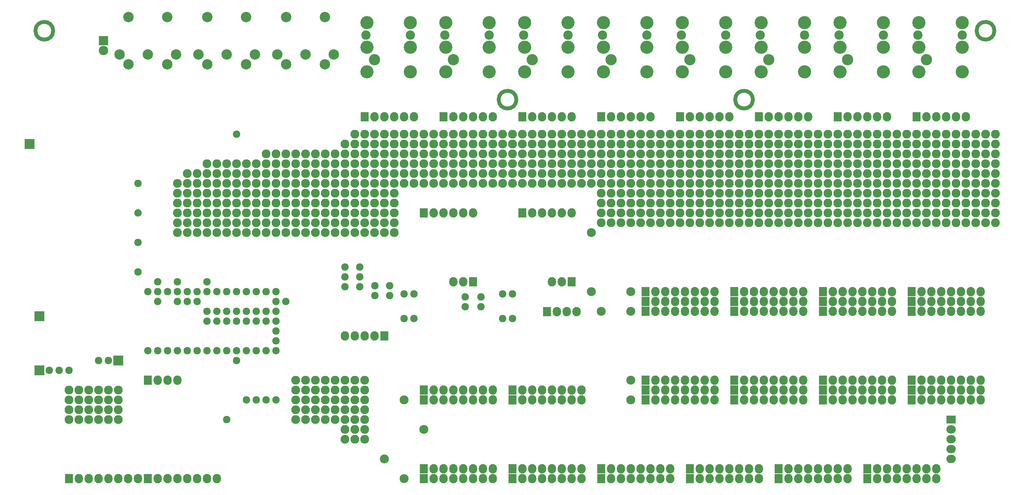
<source format=gbr>
G04 #@! TF.FileFunction,Soldermask,Bot*
%FSLAX46Y46*%
G04 Gerber Fmt 4.6, Leading zero omitted, Abs format (unit mm)*
G04 Created by KiCad (PCBNEW 4.0.1-stable) date 2/7/2016 5:33:15 PM*
%MOMM*%
G01*
G04 APERTURE LIST*
%ADD10C,0.100000*%
%ADD11C,1.016000*%
%ADD12C,2.279600*%
%ADD13R,2.127200X2.432000*%
%ADD14O,2.127200X2.432000*%
%ADD15R,2.432000X2.432000*%
%ADD16O,2.432000X2.432000*%
%ADD17C,2.686000*%
%ADD18C,3.400000*%
%ADD19C,2.900000*%
%ADD20C,2.400000*%
%ADD21R,2.635200X2.635200*%
%ADD22C,1.924000*%
%ADD23C,2.305000*%
%ADD24R,2.432000X2.127200*%
%ADD25O,2.432000X2.127200*%
G04 APERTURE END LIST*
D10*
D11*
X34036000Y-31750000D02*
G75*
G03X34036000Y-31750000I-2286000J0D01*
G01*
X214376000Y-49530000D02*
G75*
G03X214376000Y-49530000I-2286000J0D01*
G01*
X153416000Y-49530000D02*
G75*
G03X153416000Y-49530000I-2286000J0D01*
G01*
X276606000Y-31750000D02*
G75*
G03X276606000Y-31750000I-2286000J0D01*
G01*
D12*
X104140000Y-132080000D03*
X106680000Y-132080000D03*
X101600000Y-132080000D03*
X96520000Y-132080000D03*
X99060000Y-132080000D03*
D13*
X58420000Y-121920000D03*
D14*
X60960000Y-121920000D03*
X63500000Y-121920000D03*
X66040000Y-121920000D03*
D12*
X40640000Y-124460000D03*
X43180000Y-124460000D03*
X48260000Y-124460000D03*
X45720000Y-124460000D03*
X38100000Y-124460000D03*
X50800000Y-124460000D03*
X38100000Y-129540000D03*
X38100000Y-127000000D03*
X40640000Y-127000000D03*
X40640000Y-129540000D03*
X40640000Y-132080000D03*
X38100000Y-132080000D03*
X109220000Y-134620000D03*
X109220000Y-137160000D03*
X109220000Y-132080000D03*
X114300000Y-137160000D03*
X111760000Y-134620000D03*
X114300000Y-134620000D03*
X114300000Y-132080000D03*
X111760000Y-137160000D03*
X111760000Y-132080000D03*
X106680000Y-129540000D03*
X104140000Y-129540000D03*
X101600000Y-129540000D03*
X96520000Y-129540000D03*
X99060000Y-129540000D03*
X109220000Y-129540000D03*
X111760000Y-129540000D03*
X114300000Y-129540000D03*
X109220000Y-127000000D03*
X111760000Y-127000000D03*
X106680000Y-127000000D03*
X106680000Y-121920000D03*
X111760000Y-121920000D03*
X106680000Y-124460000D03*
X109220000Y-124460000D03*
X111760000Y-124460000D03*
X109220000Y-121920000D03*
X114300000Y-121920000D03*
X114300000Y-127000000D03*
X114300000Y-124460000D03*
X101600000Y-124460000D03*
X104140000Y-127000000D03*
X99060000Y-124460000D03*
X96520000Y-127000000D03*
X104140000Y-124460000D03*
X99060000Y-127000000D03*
X101600000Y-127000000D03*
X96520000Y-124460000D03*
X101600000Y-121920000D03*
X104140000Y-121920000D03*
X99060000Y-121920000D03*
X96520000Y-121920000D03*
X48260000Y-127000000D03*
X48260000Y-129540000D03*
X48260000Y-132080000D03*
X45720000Y-132080000D03*
X50800000Y-127000000D03*
X50800000Y-129540000D03*
X50800000Y-132080000D03*
X43180000Y-127000000D03*
X45720000Y-129540000D03*
X45720000Y-127000000D03*
X43180000Y-132080000D03*
X43180000Y-129540000D03*
X73660000Y-66040000D03*
X83820000Y-66040000D03*
X81280000Y-66040000D03*
X88900000Y-66040000D03*
X86360000Y-66040000D03*
X88900000Y-63500000D03*
X78740000Y-66040000D03*
X93980000Y-63500000D03*
X91440000Y-66040000D03*
X91440000Y-63500000D03*
X93980000Y-66040000D03*
X96520000Y-66040000D03*
X96520000Y-63500000D03*
X101600000Y-66040000D03*
X99060000Y-66040000D03*
X101600000Y-63500000D03*
X99060000Y-63500000D03*
X106680000Y-63500000D03*
X104140000Y-66040000D03*
X104140000Y-63500000D03*
X106680000Y-66040000D03*
X119380000Y-63500000D03*
X119380000Y-66040000D03*
X121920000Y-63500000D03*
X121920000Y-66040000D03*
X124460000Y-63500000D03*
X124460000Y-66040000D03*
X124460000Y-58420000D03*
X124460000Y-60960000D03*
X121920000Y-60960000D03*
X121920000Y-58420000D03*
X116840000Y-60960000D03*
X116840000Y-58420000D03*
X119380000Y-58420000D03*
X116840000Y-63500000D03*
X116840000Y-66040000D03*
X119380000Y-60960000D03*
X109220000Y-66040000D03*
X109220000Y-63500000D03*
X114300000Y-66040000D03*
X114300000Y-63500000D03*
X111760000Y-66040000D03*
X111760000Y-63500000D03*
X111760000Y-58420000D03*
X111760000Y-60960000D03*
X114300000Y-60960000D03*
X114300000Y-58420000D03*
X109220000Y-60960000D03*
X76200000Y-66040000D03*
X261620000Y-78740000D03*
X261620000Y-81280000D03*
X266700000Y-78740000D03*
X264160000Y-81280000D03*
X266700000Y-81280000D03*
X264160000Y-78740000D03*
X259080000Y-78740000D03*
X259080000Y-81280000D03*
X254000000Y-81280000D03*
X256540000Y-81280000D03*
X254000000Y-78740000D03*
X269240000Y-81280000D03*
X271780000Y-78740000D03*
X271780000Y-81280000D03*
X269240000Y-78740000D03*
X256540000Y-78740000D03*
X276860000Y-81280000D03*
X274320000Y-81280000D03*
X274320000Y-78740000D03*
X276860000Y-78740000D03*
X228600000Y-81280000D03*
X228600000Y-78740000D03*
X231140000Y-81280000D03*
X231140000Y-78740000D03*
X226060000Y-78740000D03*
X220980000Y-78740000D03*
X226060000Y-81280000D03*
X220980000Y-81280000D03*
X223520000Y-78740000D03*
X223520000Y-81280000D03*
X200660000Y-78740000D03*
X200660000Y-81280000D03*
X198120000Y-81280000D03*
X198120000Y-78740000D03*
X193040000Y-81280000D03*
X195580000Y-78740000D03*
X193040000Y-78740000D03*
X195580000Y-81280000D03*
X203200000Y-81280000D03*
X205740000Y-78740000D03*
X203200000Y-78740000D03*
X205740000Y-81280000D03*
X180340000Y-78740000D03*
X177800000Y-81280000D03*
X180340000Y-81280000D03*
X175260000Y-81280000D03*
X175260000Y-78740000D03*
X177800000Y-78740000D03*
X190500000Y-78740000D03*
X187960000Y-78740000D03*
X187960000Y-81280000D03*
X190500000Y-81280000D03*
X182880000Y-78740000D03*
X182880000Y-81280000D03*
X185420000Y-81280000D03*
X185420000Y-78740000D03*
X208280000Y-81280000D03*
X210820000Y-81280000D03*
X213360000Y-81280000D03*
X213360000Y-78740000D03*
X210820000Y-78740000D03*
X208280000Y-78740000D03*
X218440000Y-81280000D03*
X215900000Y-78740000D03*
X215900000Y-81280000D03*
X218440000Y-78740000D03*
X243840000Y-81280000D03*
X246380000Y-81280000D03*
X246380000Y-78740000D03*
X243840000Y-78740000D03*
X251460000Y-78740000D03*
X248920000Y-81280000D03*
X251460000Y-81280000D03*
X248920000Y-78740000D03*
X233680000Y-78740000D03*
X236220000Y-81280000D03*
X233680000Y-81280000D03*
X236220000Y-78740000D03*
X238760000Y-81280000D03*
X241300000Y-81280000D03*
X238760000Y-78740000D03*
X241300000Y-78740000D03*
X261620000Y-73660000D03*
X261620000Y-76200000D03*
X266700000Y-73660000D03*
X264160000Y-76200000D03*
X266700000Y-76200000D03*
X264160000Y-73660000D03*
X259080000Y-73660000D03*
X259080000Y-76200000D03*
X254000000Y-76200000D03*
X256540000Y-76200000D03*
X254000000Y-73660000D03*
X269240000Y-76200000D03*
X271780000Y-73660000D03*
X271780000Y-76200000D03*
X269240000Y-73660000D03*
X256540000Y-73660000D03*
X276860000Y-76200000D03*
X274320000Y-76200000D03*
X274320000Y-73660000D03*
X276860000Y-73660000D03*
X228600000Y-76200000D03*
X228600000Y-73660000D03*
X231140000Y-76200000D03*
X231140000Y-73660000D03*
X226060000Y-73660000D03*
X220980000Y-73660000D03*
X226060000Y-76200000D03*
X220980000Y-76200000D03*
X223520000Y-73660000D03*
X223520000Y-76200000D03*
X200660000Y-73660000D03*
X200660000Y-76200000D03*
X198120000Y-76200000D03*
X198120000Y-73660000D03*
X193040000Y-76200000D03*
X195580000Y-73660000D03*
X193040000Y-73660000D03*
X195580000Y-76200000D03*
X203200000Y-76200000D03*
X205740000Y-73660000D03*
X203200000Y-73660000D03*
X205740000Y-76200000D03*
X180340000Y-73660000D03*
X177800000Y-76200000D03*
X180340000Y-76200000D03*
X175260000Y-76200000D03*
X175260000Y-73660000D03*
X177800000Y-73660000D03*
X190500000Y-73660000D03*
X187960000Y-73660000D03*
X187960000Y-76200000D03*
X190500000Y-76200000D03*
X182880000Y-73660000D03*
X182880000Y-76200000D03*
X185420000Y-76200000D03*
X185420000Y-73660000D03*
X208280000Y-76200000D03*
X210820000Y-76200000D03*
X213360000Y-76200000D03*
X213360000Y-73660000D03*
X210820000Y-73660000D03*
X208280000Y-73660000D03*
X218440000Y-76200000D03*
X215900000Y-73660000D03*
X215900000Y-76200000D03*
X218440000Y-73660000D03*
X243840000Y-76200000D03*
X246380000Y-76200000D03*
X246380000Y-73660000D03*
X243840000Y-73660000D03*
X251460000Y-73660000D03*
X248920000Y-76200000D03*
X251460000Y-76200000D03*
X248920000Y-73660000D03*
X233680000Y-73660000D03*
X236220000Y-76200000D03*
X233680000Y-76200000D03*
X236220000Y-73660000D03*
X238760000Y-76200000D03*
X241300000Y-76200000D03*
X238760000Y-73660000D03*
X241300000Y-73660000D03*
X231140000Y-58420000D03*
X228600000Y-60960000D03*
X228600000Y-58420000D03*
X231140000Y-60960000D03*
X218440000Y-58420000D03*
X215900000Y-60960000D03*
X218440000Y-60960000D03*
X215900000Y-58420000D03*
X223520000Y-60960000D03*
X220980000Y-58420000D03*
X223520000Y-58420000D03*
X226060000Y-60960000D03*
X220980000Y-60960000D03*
X226060000Y-58420000D03*
X203200000Y-60960000D03*
X203200000Y-58420000D03*
X205740000Y-58420000D03*
X205740000Y-60960000D03*
X208280000Y-58420000D03*
X208280000Y-60960000D03*
X213360000Y-58420000D03*
X210820000Y-58420000D03*
X210820000Y-60960000D03*
X213360000Y-60960000D03*
X264160000Y-58420000D03*
X261620000Y-58420000D03*
X264160000Y-60960000D03*
X266700000Y-60960000D03*
X266700000Y-58420000D03*
X261620000Y-60960000D03*
X256540000Y-60960000D03*
X254000000Y-60960000D03*
X259080000Y-60960000D03*
X254000000Y-58420000D03*
X256540000Y-58420000D03*
X259080000Y-58420000D03*
X251460000Y-60960000D03*
X251460000Y-58420000D03*
X246380000Y-58420000D03*
X248920000Y-58420000D03*
X248920000Y-60960000D03*
X246380000Y-60960000D03*
X236220000Y-58420000D03*
X233680000Y-60960000D03*
X233680000Y-58420000D03*
X236220000Y-60960000D03*
X276860000Y-58420000D03*
X269240000Y-58420000D03*
X274320000Y-58420000D03*
X276860000Y-60960000D03*
X271780000Y-60960000D03*
X269240000Y-60960000D03*
X271780000Y-58420000D03*
X274320000Y-60960000D03*
X241300000Y-58420000D03*
X243840000Y-58420000D03*
X241300000Y-60960000D03*
X243840000Y-60960000D03*
X238760000Y-58420000D03*
X238760000Y-60960000D03*
X198120000Y-58420000D03*
X200660000Y-58420000D03*
X198120000Y-60960000D03*
X200660000Y-60960000D03*
X185420000Y-60960000D03*
X187960000Y-60960000D03*
X190500000Y-58420000D03*
X195580000Y-58420000D03*
X193040000Y-58420000D03*
X190500000Y-60960000D03*
X195580000Y-60960000D03*
X193040000Y-60960000D03*
X187960000Y-58420000D03*
X180340000Y-58420000D03*
X182880000Y-58420000D03*
X185420000Y-58420000D03*
X182880000Y-60960000D03*
X180340000Y-60960000D03*
X177800000Y-58420000D03*
X175260000Y-60960000D03*
X177800000Y-60960000D03*
X175260000Y-58420000D03*
X172720000Y-58420000D03*
X170180000Y-60960000D03*
X170180000Y-58420000D03*
X167640000Y-58420000D03*
X167640000Y-60960000D03*
X172720000Y-60960000D03*
X129540000Y-58420000D03*
X129540000Y-60960000D03*
X127000000Y-58420000D03*
X165100000Y-60960000D03*
X165100000Y-58420000D03*
X162560000Y-60960000D03*
X160020000Y-60960000D03*
X162560000Y-58420000D03*
X160020000Y-58420000D03*
X154940000Y-58420000D03*
X157480000Y-58420000D03*
X157480000Y-60960000D03*
X154940000Y-60960000D03*
X149860000Y-60960000D03*
X147320000Y-58420000D03*
X149860000Y-58420000D03*
X147320000Y-60960000D03*
X152400000Y-58420000D03*
X144780000Y-60960000D03*
X144780000Y-58420000D03*
X152400000Y-60960000D03*
X139700000Y-58420000D03*
X142240000Y-58420000D03*
X142240000Y-60960000D03*
X139700000Y-60960000D03*
X134620000Y-60960000D03*
X132080000Y-60960000D03*
X137160000Y-58420000D03*
X132080000Y-58420000D03*
X137160000Y-60960000D03*
X134620000Y-58420000D03*
X127000000Y-60960000D03*
X231140000Y-63500000D03*
X228600000Y-66040000D03*
X228600000Y-63500000D03*
X231140000Y-66040000D03*
X218440000Y-63500000D03*
X215900000Y-66040000D03*
X218440000Y-66040000D03*
X215900000Y-63500000D03*
X223520000Y-66040000D03*
X220980000Y-63500000D03*
X223520000Y-63500000D03*
X226060000Y-66040000D03*
X220980000Y-66040000D03*
X226060000Y-63500000D03*
X203200000Y-66040000D03*
X203200000Y-63500000D03*
X205740000Y-63500000D03*
X205740000Y-66040000D03*
X208280000Y-63500000D03*
X208280000Y-66040000D03*
X213360000Y-63500000D03*
X210820000Y-63500000D03*
X210820000Y-66040000D03*
X213360000Y-66040000D03*
X264160000Y-63500000D03*
X261620000Y-63500000D03*
X264160000Y-66040000D03*
X266700000Y-66040000D03*
X266700000Y-63500000D03*
X261620000Y-66040000D03*
X256540000Y-66040000D03*
X254000000Y-66040000D03*
X259080000Y-66040000D03*
X254000000Y-63500000D03*
X256540000Y-63500000D03*
X259080000Y-63500000D03*
X251460000Y-66040000D03*
X251460000Y-63500000D03*
X246380000Y-63500000D03*
X248920000Y-63500000D03*
X248920000Y-66040000D03*
X246380000Y-66040000D03*
X236220000Y-63500000D03*
X233680000Y-66040000D03*
X233680000Y-63500000D03*
X236220000Y-66040000D03*
X276860000Y-63500000D03*
X269240000Y-63500000D03*
X274320000Y-63500000D03*
X276860000Y-66040000D03*
X271780000Y-66040000D03*
X269240000Y-66040000D03*
X271780000Y-63500000D03*
X274320000Y-66040000D03*
X241300000Y-63500000D03*
X243840000Y-63500000D03*
X241300000Y-66040000D03*
X243840000Y-66040000D03*
X238760000Y-63500000D03*
X238760000Y-66040000D03*
X198120000Y-63500000D03*
X200660000Y-63500000D03*
X198120000Y-66040000D03*
X200660000Y-66040000D03*
X185420000Y-66040000D03*
X187960000Y-66040000D03*
X190500000Y-63500000D03*
X195580000Y-63500000D03*
X193040000Y-63500000D03*
X190500000Y-66040000D03*
X195580000Y-66040000D03*
X193040000Y-66040000D03*
X187960000Y-63500000D03*
X180340000Y-63500000D03*
X182880000Y-63500000D03*
X185420000Y-63500000D03*
X182880000Y-66040000D03*
X180340000Y-66040000D03*
X177800000Y-63500000D03*
X175260000Y-66040000D03*
X177800000Y-66040000D03*
X175260000Y-63500000D03*
X172720000Y-63500000D03*
X170180000Y-66040000D03*
X170180000Y-63500000D03*
X167640000Y-63500000D03*
X167640000Y-66040000D03*
X172720000Y-66040000D03*
X129540000Y-63500000D03*
X129540000Y-66040000D03*
X127000000Y-63500000D03*
X165100000Y-66040000D03*
X165100000Y-63500000D03*
X162560000Y-66040000D03*
X160020000Y-66040000D03*
X162560000Y-63500000D03*
X160020000Y-63500000D03*
X154940000Y-63500000D03*
X157480000Y-63500000D03*
X157480000Y-66040000D03*
X154940000Y-66040000D03*
X149860000Y-66040000D03*
X147320000Y-63500000D03*
X149860000Y-63500000D03*
X147320000Y-66040000D03*
X152400000Y-63500000D03*
X144780000Y-66040000D03*
X144780000Y-63500000D03*
X152400000Y-66040000D03*
X139700000Y-63500000D03*
X142240000Y-63500000D03*
X142240000Y-66040000D03*
X139700000Y-66040000D03*
X134620000Y-66040000D03*
X132080000Y-66040000D03*
X137160000Y-63500000D03*
X132080000Y-63500000D03*
X137160000Y-66040000D03*
X134620000Y-63500000D03*
X127000000Y-66040000D03*
X276860000Y-68580000D03*
X271780000Y-68580000D03*
X264160000Y-68580000D03*
X266700000Y-68580000D03*
X269240000Y-68580000D03*
X274320000Y-68580000D03*
X276860000Y-71120000D03*
X271780000Y-71120000D03*
X274320000Y-71120000D03*
X269240000Y-71120000D03*
X266700000Y-71120000D03*
X264160000Y-71120000D03*
X261620000Y-68580000D03*
X256540000Y-68580000D03*
X248920000Y-68580000D03*
X251460000Y-68580000D03*
X254000000Y-68580000D03*
X259080000Y-68580000D03*
X261620000Y-71120000D03*
X256540000Y-71120000D03*
X259080000Y-71120000D03*
X254000000Y-71120000D03*
X251460000Y-71120000D03*
X248920000Y-71120000D03*
X246380000Y-68580000D03*
X241300000Y-68580000D03*
X233680000Y-68580000D03*
X236220000Y-68580000D03*
X238760000Y-68580000D03*
X243840000Y-68580000D03*
X246380000Y-71120000D03*
X241300000Y-71120000D03*
X243840000Y-71120000D03*
X238760000Y-71120000D03*
X236220000Y-71120000D03*
X233680000Y-71120000D03*
X231140000Y-68580000D03*
X226060000Y-68580000D03*
X218440000Y-68580000D03*
X220980000Y-68580000D03*
X223520000Y-68580000D03*
X228600000Y-68580000D03*
X231140000Y-71120000D03*
X226060000Y-71120000D03*
X228600000Y-71120000D03*
X223520000Y-71120000D03*
X220980000Y-71120000D03*
X218440000Y-71120000D03*
X215900000Y-68580000D03*
X210820000Y-68580000D03*
X203200000Y-68580000D03*
X205740000Y-68580000D03*
X208280000Y-68580000D03*
X213360000Y-68580000D03*
X215900000Y-71120000D03*
X210820000Y-71120000D03*
X213360000Y-71120000D03*
X208280000Y-71120000D03*
X205740000Y-71120000D03*
X203200000Y-71120000D03*
X200660000Y-68580000D03*
X195580000Y-68580000D03*
X187960000Y-68580000D03*
X190500000Y-68580000D03*
X193040000Y-68580000D03*
X198120000Y-68580000D03*
X200660000Y-71120000D03*
X195580000Y-71120000D03*
X198120000Y-71120000D03*
X193040000Y-71120000D03*
X190500000Y-71120000D03*
X187960000Y-71120000D03*
X185420000Y-68580000D03*
X180340000Y-68580000D03*
X172720000Y-68580000D03*
X175260000Y-68580000D03*
X177800000Y-68580000D03*
X182880000Y-68580000D03*
X185420000Y-71120000D03*
X180340000Y-71120000D03*
X182880000Y-71120000D03*
X177800000Y-71120000D03*
X175260000Y-71120000D03*
X172720000Y-71120000D03*
X170180000Y-68580000D03*
X165100000Y-68580000D03*
X157480000Y-68580000D03*
X160020000Y-68580000D03*
X162560000Y-68580000D03*
X167640000Y-68580000D03*
X170180000Y-71120000D03*
X165100000Y-71120000D03*
X167640000Y-71120000D03*
X162560000Y-71120000D03*
X160020000Y-71120000D03*
X157480000Y-71120000D03*
X154940000Y-68580000D03*
X149860000Y-68580000D03*
X142240000Y-68580000D03*
X144780000Y-68580000D03*
X147320000Y-68580000D03*
X152400000Y-68580000D03*
X154940000Y-71120000D03*
X149860000Y-71120000D03*
X152400000Y-71120000D03*
X147320000Y-71120000D03*
X144780000Y-71120000D03*
X142240000Y-71120000D03*
X139700000Y-68580000D03*
X134620000Y-68580000D03*
X127000000Y-68580000D03*
X129540000Y-68580000D03*
X132080000Y-68580000D03*
X137160000Y-68580000D03*
X139700000Y-71120000D03*
X134620000Y-71120000D03*
X137160000Y-71120000D03*
X132080000Y-71120000D03*
X129540000Y-71120000D03*
X127000000Y-71120000D03*
X124460000Y-68580000D03*
X124460000Y-71120000D03*
X121920000Y-68580000D03*
X119380000Y-68580000D03*
X116840000Y-71120000D03*
X111760000Y-73660000D03*
X114300000Y-73660000D03*
X116840000Y-73660000D03*
X111760000Y-78740000D03*
X111760000Y-81280000D03*
X111760000Y-83820000D03*
X114300000Y-83820000D03*
X111760000Y-76200000D03*
X114300000Y-76200000D03*
X114300000Y-78740000D03*
X116840000Y-78740000D03*
X116840000Y-83820000D03*
X114300000Y-81280000D03*
X116840000Y-81280000D03*
X119380000Y-81280000D03*
X121920000Y-81280000D03*
X121920000Y-83820000D03*
X119380000Y-83820000D03*
X111760000Y-68580000D03*
X114300000Y-71120000D03*
X114300000Y-68580000D03*
X116840000Y-68580000D03*
X111760000Y-71120000D03*
X119380000Y-71120000D03*
X119380000Y-73660000D03*
X121920000Y-73660000D03*
X121920000Y-71120000D03*
X116840000Y-76200000D03*
X119380000Y-76200000D03*
X121920000Y-76200000D03*
X119380000Y-78740000D03*
X121920000Y-78740000D03*
X66040000Y-76200000D03*
X66040000Y-78740000D03*
X66040000Y-71120000D03*
X66040000Y-73660000D03*
X66040000Y-81280000D03*
X66040000Y-83820000D03*
X73660000Y-73660000D03*
X73660000Y-76200000D03*
X73660000Y-78740000D03*
X73660000Y-83820000D03*
X73660000Y-81280000D03*
X68580000Y-71120000D03*
X71120000Y-71120000D03*
X68580000Y-73660000D03*
X71120000Y-73660000D03*
X68580000Y-76200000D03*
X71120000Y-76200000D03*
X68580000Y-78740000D03*
X71120000Y-83820000D03*
X68580000Y-81280000D03*
X71120000Y-81280000D03*
X68580000Y-83820000D03*
X71120000Y-78740000D03*
X68580000Y-68580000D03*
X71120000Y-68580000D03*
X73660000Y-68580000D03*
X73660000Y-71120000D03*
X109220000Y-83820000D03*
X106680000Y-83820000D03*
X104140000Y-83820000D03*
X101600000Y-83820000D03*
X99060000Y-83820000D03*
X96520000Y-83820000D03*
X93980000Y-83820000D03*
X91440000Y-83820000D03*
X88900000Y-83820000D03*
X86360000Y-83820000D03*
X83820000Y-83820000D03*
X81280000Y-83820000D03*
X78740000Y-83820000D03*
X76200000Y-83820000D03*
X109220000Y-81280000D03*
X106680000Y-81280000D03*
X104140000Y-81280000D03*
X101600000Y-81280000D03*
X99060000Y-81280000D03*
X96520000Y-81280000D03*
X93980000Y-81280000D03*
X91440000Y-81280000D03*
X88900000Y-81280000D03*
X86360000Y-81280000D03*
X83820000Y-81280000D03*
X81280000Y-81280000D03*
X78740000Y-81280000D03*
X76200000Y-81280000D03*
X109220000Y-78740000D03*
X106680000Y-78740000D03*
X104140000Y-78740000D03*
X101600000Y-78740000D03*
X99060000Y-78740000D03*
X96520000Y-78740000D03*
X93980000Y-78740000D03*
X91440000Y-78740000D03*
X88900000Y-78740000D03*
X86360000Y-78740000D03*
X83820000Y-78740000D03*
X81280000Y-78740000D03*
X78740000Y-78740000D03*
X76200000Y-78740000D03*
X109220000Y-76200000D03*
X106680000Y-76200000D03*
X104140000Y-76200000D03*
X101600000Y-76200000D03*
X99060000Y-76200000D03*
X96520000Y-76200000D03*
X93980000Y-76200000D03*
X91440000Y-76200000D03*
X88900000Y-76200000D03*
X86360000Y-76200000D03*
X83820000Y-76200000D03*
X81280000Y-76200000D03*
X78740000Y-76200000D03*
X76200000Y-76200000D03*
X109220000Y-73660000D03*
X106680000Y-73660000D03*
X104140000Y-73660000D03*
X101600000Y-73660000D03*
X99060000Y-73660000D03*
X96520000Y-73660000D03*
X93980000Y-73660000D03*
X91440000Y-73660000D03*
X88900000Y-73660000D03*
X86360000Y-73660000D03*
X83820000Y-73660000D03*
X81280000Y-73660000D03*
X78740000Y-73660000D03*
X76200000Y-73660000D03*
X109220000Y-71120000D03*
X106680000Y-71120000D03*
X104140000Y-71120000D03*
X101600000Y-71120000D03*
X99060000Y-71120000D03*
X96520000Y-71120000D03*
X93980000Y-71120000D03*
X91440000Y-71120000D03*
X88900000Y-71120000D03*
X86360000Y-71120000D03*
X83820000Y-71120000D03*
X81280000Y-71120000D03*
X78740000Y-71120000D03*
X76200000Y-71120000D03*
X109220000Y-68580000D03*
X106680000Y-68580000D03*
X104140000Y-68580000D03*
X101600000Y-68580000D03*
X99060000Y-68580000D03*
X96520000Y-68580000D03*
X93980000Y-68580000D03*
X91440000Y-68580000D03*
X88900000Y-68580000D03*
X86360000Y-68580000D03*
X83820000Y-68580000D03*
X81280000Y-68580000D03*
X78740000Y-68580000D03*
D13*
X152400000Y-144780000D03*
D14*
X154940000Y-144780000D03*
X157480000Y-144780000D03*
X160020000Y-144780000D03*
X162560000Y-144780000D03*
X165100000Y-144780000D03*
X167640000Y-144780000D03*
X170180000Y-144780000D03*
D13*
X232410000Y-101600000D03*
D14*
X234950000Y-101600000D03*
X237490000Y-101600000D03*
X240030000Y-101600000D03*
X242570000Y-101600000D03*
X245110000Y-101600000D03*
X247650000Y-101600000D03*
X250190000Y-101600000D03*
D13*
X232410000Y-104140000D03*
D14*
X234950000Y-104140000D03*
X237490000Y-104140000D03*
X240030000Y-104140000D03*
X242570000Y-104140000D03*
X245110000Y-104140000D03*
X247650000Y-104140000D03*
X250190000Y-104140000D03*
D13*
X186690000Y-101600000D03*
D14*
X189230000Y-101600000D03*
X191770000Y-101600000D03*
X194310000Y-101600000D03*
X196850000Y-101600000D03*
X199390000Y-101600000D03*
X201930000Y-101600000D03*
X204470000Y-101600000D03*
D13*
X255270000Y-127000000D03*
D14*
X257810000Y-127000000D03*
X260350000Y-127000000D03*
X262890000Y-127000000D03*
X265430000Y-127000000D03*
X267970000Y-127000000D03*
X270510000Y-127000000D03*
X273050000Y-127000000D03*
D13*
X255270000Y-101600000D03*
D14*
X257810000Y-101600000D03*
X260350000Y-101600000D03*
X262890000Y-101600000D03*
X265430000Y-101600000D03*
X267970000Y-101600000D03*
X270510000Y-101600000D03*
X273050000Y-101600000D03*
D15*
X46990000Y-34290000D03*
D16*
X46990000Y-36830000D03*
D17*
X71440040Y-37899340D03*
X78740000Y-37899340D03*
X86039960Y-37899340D03*
X73738740Y-40401240D03*
X83741260Y-40401240D03*
X73738740Y-28199080D03*
X83741260Y-28199080D03*
X91760040Y-37899340D03*
X99060000Y-37899340D03*
X106359960Y-37899340D03*
X94058740Y-40401240D03*
X104061260Y-40401240D03*
X94058740Y-28199080D03*
X104061260Y-28199080D03*
D18*
X135240000Y-42350000D03*
X135240000Y-36000000D03*
X135240000Y-29650000D03*
X146440000Y-42350000D03*
X146440000Y-36000000D03*
X146440000Y-29650000D03*
D19*
X137140000Y-39200000D03*
D20*
X135010000Y-32850000D03*
X146440000Y-32850000D03*
D18*
X155560000Y-42350000D03*
X155560000Y-36000000D03*
X155560000Y-29650000D03*
X166760000Y-42350000D03*
X166760000Y-36000000D03*
X166760000Y-29650000D03*
D19*
X157460000Y-39200000D03*
D20*
X155330000Y-32850000D03*
X166760000Y-32850000D03*
D18*
X175880000Y-42350000D03*
X175880000Y-36000000D03*
X175880000Y-29650000D03*
X187080000Y-42350000D03*
X187080000Y-36000000D03*
X187080000Y-29650000D03*
D19*
X177780000Y-39200000D03*
D20*
X175650000Y-32850000D03*
X187080000Y-32850000D03*
D18*
X196200000Y-42350000D03*
X196200000Y-36000000D03*
X196200000Y-29650000D03*
X207400000Y-42350000D03*
X207400000Y-36000000D03*
X207400000Y-29650000D03*
D19*
X198100000Y-39200000D03*
D20*
X195970000Y-32850000D03*
X207400000Y-32850000D03*
D18*
X216520000Y-42350000D03*
X216520000Y-36000000D03*
X216520000Y-29650000D03*
X227720000Y-42350000D03*
X227720000Y-36000000D03*
X227720000Y-29650000D03*
D19*
X218420000Y-39200000D03*
D20*
X216290000Y-32850000D03*
X227720000Y-32850000D03*
D18*
X236840000Y-42350000D03*
X236840000Y-36000000D03*
X236840000Y-29650000D03*
X248040000Y-42350000D03*
X248040000Y-36000000D03*
X248040000Y-29650000D03*
D19*
X238740000Y-39200000D03*
D20*
X236610000Y-32850000D03*
X248040000Y-32850000D03*
D13*
X38100000Y-147320000D03*
D14*
X40640000Y-147320000D03*
X43180000Y-147320000D03*
X45720000Y-147320000D03*
X48260000Y-147320000D03*
X50800000Y-147320000D03*
X53340000Y-147320000D03*
X55880000Y-147320000D03*
D13*
X58420000Y-147320000D03*
D14*
X60960000Y-147320000D03*
X63500000Y-147320000D03*
X66040000Y-147320000D03*
X68580000Y-147320000D03*
X71120000Y-147320000D03*
X73660000Y-147320000D03*
X76200000Y-147320000D03*
D13*
X209550000Y-101600000D03*
D14*
X212090000Y-101600000D03*
X214630000Y-101600000D03*
X217170000Y-101600000D03*
X219710000Y-101600000D03*
X222250000Y-101600000D03*
X224790000Y-101600000D03*
X227330000Y-101600000D03*
D13*
X186690000Y-124460000D03*
D14*
X189230000Y-124460000D03*
X191770000Y-124460000D03*
X194310000Y-124460000D03*
X196850000Y-124460000D03*
X199390000Y-124460000D03*
X201930000Y-124460000D03*
X204470000Y-124460000D03*
D13*
X209550000Y-124460000D03*
D14*
X212090000Y-124460000D03*
X214630000Y-124460000D03*
X217170000Y-124460000D03*
X219710000Y-124460000D03*
X222250000Y-124460000D03*
X224790000Y-124460000D03*
X227330000Y-124460000D03*
D13*
X232410000Y-124460000D03*
D14*
X234950000Y-124460000D03*
X237490000Y-124460000D03*
X240030000Y-124460000D03*
X242570000Y-124460000D03*
X245110000Y-124460000D03*
X247650000Y-124460000D03*
X250190000Y-124460000D03*
D13*
X255270000Y-124460000D03*
D14*
X257810000Y-124460000D03*
X260350000Y-124460000D03*
X262890000Y-124460000D03*
X265430000Y-124460000D03*
X267970000Y-124460000D03*
X270510000Y-124460000D03*
X273050000Y-124460000D03*
D17*
X51120040Y-37899340D03*
X58420000Y-37899340D03*
X65719960Y-37899340D03*
X53418740Y-40401240D03*
X63421260Y-40401240D03*
X53418740Y-28199080D03*
X63421260Y-28199080D03*
D18*
X257160000Y-42350000D03*
X257160000Y-36000000D03*
X257160000Y-29650000D03*
X268360000Y-42350000D03*
X268360000Y-36000000D03*
X268360000Y-29650000D03*
D19*
X259060000Y-39200000D03*
D20*
X256930000Y-32850000D03*
X268360000Y-32850000D03*
D13*
X220980000Y-144780000D03*
D14*
X223520000Y-144780000D03*
X226060000Y-144780000D03*
X228600000Y-144780000D03*
X231140000Y-144780000D03*
X233680000Y-144780000D03*
X236220000Y-144780000D03*
X238760000Y-144780000D03*
D13*
X243840000Y-144780000D03*
D14*
X246380000Y-144780000D03*
X248920000Y-144780000D03*
X251460000Y-144780000D03*
X254000000Y-144780000D03*
X256540000Y-144780000D03*
X259080000Y-144780000D03*
X261620000Y-144780000D03*
D18*
X114920000Y-42350000D03*
X114920000Y-36000000D03*
X114920000Y-29650000D03*
X126120000Y-42350000D03*
X126120000Y-36000000D03*
X126120000Y-29650000D03*
D19*
X116820000Y-39200000D03*
D20*
X114690000Y-32850000D03*
X126120000Y-32850000D03*
D13*
X167640000Y-96520000D03*
D14*
X165100000Y-96520000D03*
X162560000Y-96520000D03*
D13*
X114300000Y-53975000D03*
D14*
X116840000Y-53975000D03*
X119380000Y-53975000D03*
X121920000Y-53975000D03*
X124460000Y-53975000D03*
X127000000Y-53975000D03*
D13*
X134620000Y-53975000D03*
D14*
X137160000Y-53975000D03*
X139700000Y-53975000D03*
X142240000Y-53975000D03*
X144780000Y-53975000D03*
X147320000Y-53975000D03*
D13*
X154940000Y-53975000D03*
D14*
X157480000Y-53975000D03*
X160020000Y-53975000D03*
X162560000Y-53975000D03*
X165100000Y-53975000D03*
X167640000Y-53975000D03*
D13*
X175260000Y-53975000D03*
D14*
X177800000Y-53975000D03*
X180340000Y-53975000D03*
X182880000Y-53975000D03*
X185420000Y-53975000D03*
X187960000Y-53975000D03*
D13*
X195580000Y-53975000D03*
D14*
X198120000Y-53975000D03*
X200660000Y-53975000D03*
X203200000Y-53975000D03*
X205740000Y-53975000D03*
X208280000Y-53975000D03*
D13*
X215900000Y-53975000D03*
D14*
X218440000Y-53975000D03*
X220980000Y-53975000D03*
X223520000Y-53975000D03*
X226060000Y-53975000D03*
X228600000Y-53975000D03*
D13*
X236220000Y-53975000D03*
D14*
X238760000Y-53975000D03*
X241300000Y-53975000D03*
X243840000Y-53975000D03*
X246380000Y-53975000D03*
X248920000Y-53975000D03*
D13*
X256540000Y-53975000D03*
D14*
X259080000Y-53975000D03*
X261620000Y-53975000D03*
X264160000Y-53975000D03*
X266700000Y-53975000D03*
X269240000Y-53975000D03*
D13*
X129540000Y-124460000D03*
D14*
X132080000Y-124460000D03*
X134620000Y-124460000D03*
X137160000Y-124460000D03*
X139700000Y-124460000D03*
X142240000Y-124460000D03*
X144780000Y-124460000D03*
X147320000Y-124460000D03*
D13*
X152400000Y-124460000D03*
D14*
X154940000Y-124460000D03*
X157480000Y-124460000D03*
X160020000Y-124460000D03*
X162560000Y-124460000D03*
X165100000Y-124460000D03*
X167640000Y-124460000D03*
X170180000Y-124460000D03*
D13*
X129540000Y-144780000D03*
D14*
X132080000Y-144780000D03*
X134620000Y-144780000D03*
X137160000Y-144780000D03*
X139700000Y-144780000D03*
X142240000Y-144780000D03*
X144780000Y-144780000D03*
X147320000Y-144780000D03*
D13*
X175260000Y-144780000D03*
D14*
X177800000Y-144780000D03*
X180340000Y-144780000D03*
X182880000Y-144780000D03*
X185420000Y-144780000D03*
X187960000Y-144780000D03*
X190500000Y-144780000D03*
X193040000Y-144780000D03*
D13*
X198120000Y-144780000D03*
D14*
X200660000Y-144780000D03*
X203200000Y-144780000D03*
X205740000Y-144780000D03*
X208280000Y-144780000D03*
X210820000Y-144780000D03*
X213360000Y-144780000D03*
X215900000Y-144780000D03*
D13*
X142240000Y-96520000D03*
D14*
X139700000Y-96520000D03*
X137160000Y-96520000D03*
D13*
X154940000Y-78740000D03*
D14*
X157480000Y-78740000D03*
X160020000Y-78740000D03*
X162560000Y-78740000D03*
X165100000Y-78740000D03*
X167640000Y-78740000D03*
D13*
X129540000Y-78740000D03*
D14*
X132080000Y-78740000D03*
X134620000Y-78740000D03*
X137160000Y-78740000D03*
X139700000Y-78740000D03*
X142240000Y-78740000D03*
D13*
X255270000Y-121920000D03*
D14*
X257810000Y-121920000D03*
X260350000Y-121920000D03*
X262890000Y-121920000D03*
X265430000Y-121920000D03*
X267970000Y-121920000D03*
X270510000Y-121920000D03*
X273050000Y-121920000D03*
D13*
X232410000Y-121920000D03*
D14*
X234950000Y-121920000D03*
X237490000Y-121920000D03*
X240030000Y-121920000D03*
X242570000Y-121920000D03*
X245110000Y-121920000D03*
X247650000Y-121920000D03*
X250190000Y-121920000D03*
D13*
X209550000Y-121920000D03*
D14*
X212090000Y-121920000D03*
X214630000Y-121920000D03*
X217170000Y-121920000D03*
X219710000Y-121920000D03*
X222250000Y-121920000D03*
X224790000Y-121920000D03*
X227330000Y-121920000D03*
D13*
X186690000Y-121920000D03*
D14*
X189230000Y-121920000D03*
X191770000Y-121920000D03*
X194310000Y-121920000D03*
X196850000Y-121920000D03*
X199390000Y-121920000D03*
X201930000Y-121920000D03*
X204470000Y-121920000D03*
D13*
X255270000Y-99060000D03*
D14*
X257810000Y-99060000D03*
X260350000Y-99060000D03*
X262890000Y-99060000D03*
X265430000Y-99060000D03*
X267970000Y-99060000D03*
X270510000Y-99060000D03*
X273050000Y-99060000D03*
D13*
X232410000Y-99060000D03*
D14*
X234950000Y-99060000D03*
X237490000Y-99060000D03*
X240030000Y-99060000D03*
X242570000Y-99060000D03*
X245110000Y-99060000D03*
X247650000Y-99060000D03*
X250190000Y-99060000D03*
D13*
X209550000Y-99060000D03*
D14*
X212090000Y-99060000D03*
X214630000Y-99060000D03*
X217170000Y-99060000D03*
X219710000Y-99060000D03*
X222250000Y-99060000D03*
X224790000Y-99060000D03*
X227330000Y-99060000D03*
D13*
X186690000Y-99060000D03*
D14*
X189230000Y-99060000D03*
X191770000Y-99060000D03*
X194310000Y-99060000D03*
X196850000Y-99060000D03*
X199390000Y-99060000D03*
X201930000Y-99060000D03*
X204470000Y-99060000D03*
D13*
X232410000Y-127000000D03*
D14*
X234950000Y-127000000D03*
X237490000Y-127000000D03*
X240030000Y-127000000D03*
X242570000Y-127000000D03*
X245110000Y-127000000D03*
X247650000Y-127000000D03*
X250190000Y-127000000D03*
D13*
X209550000Y-127000000D03*
D14*
X212090000Y-127000000D03*
X214630000Y-127000000D03*
X217170000Y-127000000D03*
X219710000Y-127000000D03*
X222250000Y-127000000D03*
X224790000Y-127000000D03*
X227330000Y-127000000D03*
D13*
X186690000Y-127000000D03*
D14*
X189230000Y-127000000D03*
X191770000Y-127000000D03*
X194310000Y-127000000D03*
X196850000Y-127000000D03*
X199390000Y-127000000D03*
X201930000Y-127000000D03*
X204470000Y-127000000D03*
D13*
X255270000Y-104140000D03*
D14*
X257810000Y-104140000D03*
X260350000Y-104140000D03*
X262890000Y-104140000D03*
X265430000Y-104140000D03*
X267970000Y-104140000D03*
X270510000Y-104140000D03*
X273050000Y-104140000D03*
D13*
X186690000Y-104140000D03*
D14*
X189230000Y-104140000D03*
X191770000Y-104140000D03*
X194310000Y-104140000D03*
X196850000Y-104140000D03*
X199390000Y-104140000D03*
X201930000Y-104140000D03*
X204470000Y-104140000D03*
D13*
X209550000Y-104140000D03*
D14*
X212090000Y-104140000D03*
X214630000Y-104140000D03*
X217170000Y-104140000D03*
X219710000Y-104140000D03*
X222250000Y-104140000D03*
X224790000Y-104140000D03*
X227330000Y-104140000D03*
D21*
X50800000Y-116840000D03*
X30480000Y-119380000D03*
X30480000Y-105410000D03*
D22*
X48260000Y-116840000D03*
X45720000Y-116840000D03*
X35560000Y-119380000D03*
X33020000Y-119380000D03*
X38100000Y-119380000D03*
X127000000Y-106045000D03*
X124460000Y-106045000D03*
X144272000Y-102997000D03*
X144272000Y-100457000D03*
X113030000Y-92710000D03*
X113030000Y-97790000D03*
X113030000Y-95250000D03*
X152400000Y-106045000D03*
X149860000Y-106045000D03*
X81280000Y-58420000D03*
D13*
X129540000Y-127000000D03*
D14*
X132080000Y-127000000D03*
X134620000Y-127000000D03*
X137160000Y-127000000D03*
X139700000Y-127000000D03*
X142240000Y-127000000D03*
X144780000Y-127000000D03*
X147320000Y-127000000D03*
D13*
X152400000Y-127000000D03*
D14*
X154940000Y-127000000D03*
X157480000Y-127000000D03*
X160020000Y-127000000D03*
X162560000Y-127000000D03*
X165100000Y-127000000D03*
X167640000Y-127000000D03*
X170180000Y-127000000D03*
D13*
X129540000Y-147320000D03*
D14*
X132080000Y-147320000D03*
X134620000Y-147320000D03*
X137160000Y-147320000D03*
X139700000Y-147320000D03*
X142240000Y-147320000D03*
X144780000Y-147320000D03*
X147320000Y-147320000D03*
D13*
X152400000Y-147320000D03*
D14*
X154940000Y-147320000D03*
X157480000Y-147320000D03*
X160020000Y-147320000D03*
X162560000Y-147320000D03*
X165100000Y-147320000D03*
X167640000Y-147320000D03*
X170180000Y-147320000D03*
D13*
X175260000Y-147320000D03*
D14*
X177800000Y-147320000D03*
X180340000Y-147320000D03*
X182880000Y-147320000D03*
X185420000Y-147320000D03*
X187960000Y-147320000D03*
X190500000Y-147320000D03*
X193040000Y-147320000D03*
D13*
X198120000Y-147320000D03*
D14*
X200660000Y-147320000D03*
X203200000Y-147320000D03*
X205740000Y-147320000D03*
X208280000Y-147320000D03*
X210820000Y-147320000D03*
X213360000Y-147320000D03*
X215900000Y-147320000D03*
D13*
X220980000Y-147320000D03*
D14*
X223520000Y-147320000D03*
X226060000Y-147320000D03*
X228600000Y-147320000D03*
X231140000Y-147320000D03*
X233680000Y-147320000D03*
X236220000Y-147320000D03*
X238760000Y-147320000D03*
D13*
X243840000Y-147320000D03*
D14*
X246380000Y-147320000D03*
X248920000Y-147320000D03*
X251460000Y-147320000D03*
X254000000Y-147320000D03*
X256540000Y-147320000D03*
X259080000Y-147320000D03*
X261620000Y-147320000D03*
D23*
X182880000Y-121920000D03*
X182880000Y-99060000D03*
X172720000Y-99060000D03*
X182880000Y-127000000D03*
X182880000Y-104140000D03*
X124460000Y-147320000D03*
X124460000Y-127000000D03*
D13*
X119380000Y-110490000D03*
D14*
X116840000Y-110490000D03*
X114300000Y-110490000D03*
X111760000Y-110490000D03*
X109220000Y-110490000D03*
D13*
X161340800Y-104241600D03*
D14*
X163880800Y-104241600D03*
X166420800Y-104241600D03*
X168960800Y-104241600D03*
D21*
X27940000Y-60960000D03*
D22*
X140208000Y-102997000D03*
X140208000Y-100457000D03*
X109220000Y-92710000D03*
X109220000Y-97790000D03*
X109220000Y-95250000D03*
X127000000Y-99695000D03*
X124460000Y-99695000D03*
X152400000Y-99695000D03*
X149860000Y-99695000D03*
D12*
X76200000Y-68580000D03*
D22*
X83820000Y-127000000D03*
X88900000Y-127000000D03*
X91440000Y-127000000D03*
X55880000Y-78740000D03*
X81280000Y-116840000D03*
X86360000Y-127000000D03*
X78740000Y-132080000D03*
X93980000Y-101600000D03*
X55880000Y-71120000D03*
X73660000Y-96520000D03*
D23*
X172720000Y-83820000D03*
D22*
X55880000Y-93980000D03*
X55880000Y-86360000D03*
D23*
X129540000Y-134620000D03*
X119380000Y-142240000D03*
X175260000Y-104140000D03*
D22*
X116967000Y-97536000D03*
X116967000Y-100076000D03*
X120777000Y-97536000D03*
X120777000Y-100076000D03*
D24*
X265430000Y-132080000D03*
D25*
X265430000Y-134620000D03*
X265430000Y-137160000D03*
X265430000Y-139700000D03*
X265430000Y-142240000D03*
D22*
X66040000Y-96520000D03*
X60960000Y-96520000D03*
X63500000Y-114300000D03*
X66040000Y-114300000D03*
X68580000Y-114300000D03*
X71120000Y-114300000D03*
X73660000Y-114300000D03*
X76200000Y-114300000D03*
X78740000Y-114300000D03*
X81280000Y-114300000D03*
X83820000Y-114300000D03*
X86360000Y-114300000D03*
X88900000Y-114300000D03*
X91440000Y-114300000D03*
X60960000Y-114300000D03*
X91440000Y-99060000D03*
X88900000Y-99060000D03*
X86360000Y-99060000D03*
X83820000Y-99060000D03*
X81280000Y-99060000D03*
X78740000Y-99060000D03*
X76200000Y-99060000D03*
X73660000Y-99060000D03*
X71120000Y-99060000D03*
X68580000Y-99060000D03*
X66040000Y-99060000D03*
X78740000Y-106680000D03*
X81280000Y-106680000D03*
X83820000Y-106680000D03*
X86360000Y-106680000D03*
X88900000Y-106680000D03*
X88900000Y-104140000D03*
X86360000Y-104140000D03*
X83820000Y-104140000D03*
X81280000Y-104140000D03*
X78740000Y-104140000D03*
X58420000Y-99060000D03*
X60960000Y-99060000D03*
X63500000Y-99060000D03*
X91440000Y-101600000D03*
X91440000Y-104140000D03*
X91440000Y-106680000D03*
X91440000Y-109220000D03*
X91440000Y-111760000D03*
X58420000Y-114300000D03*
X76200000Y-104140000D03*
X68580000Y-101600000D03*
X71120000Y-101600000D03*
X73660000Y-106680000D03*
X73660000Y-104140000D03*
X66040000Y-101600000D03*
X60960000Y-101600000D03*
X76200000Y-106680000D03*
M02*

</source>
